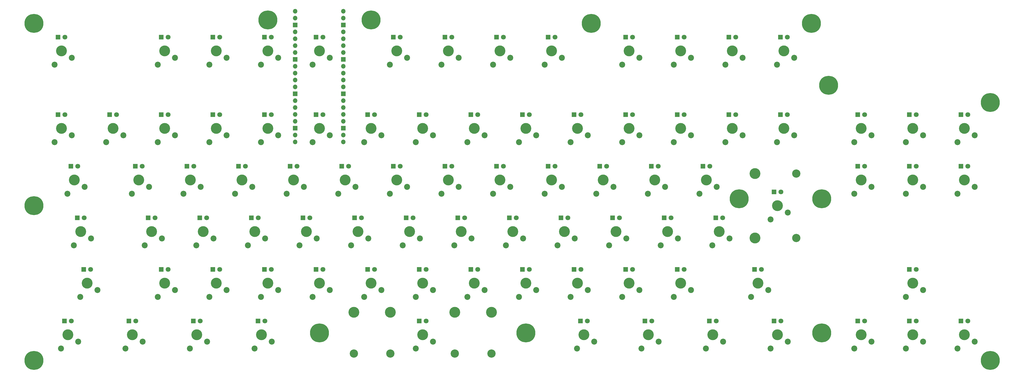
<source format=gts>
G04 #@! TF.GenerationSoftware,KiCad,Pcbnew,(5.1.10)-1*
G04 #@! TF.CreationDate,2021-09-02T14:46:41+09:00*
G04 #@! TF.ProjectId,KiCAD,4b694341-442e-46b6-9963-61645f706362,rev?*
G04 #@! TF.SameCoordinates,Original*
G04 #@! TF.FileFunction,Soldermask,Top*
G04 #@! TF.FilePolarity,Negative*
%FSLAX46Y46*%
G04 Gerber Fmt 4.6, Leading zero omitted, Abs format (unit mm)*
G04 Created by KiCad (PCBNEW (5.1.10)-1) date 2021-09-02 14:46:41*
%MOMM*%
%LPD*%
G01*
G04 APERTURE LIST*
%ADD10C,4.000000*%
%ADD11C,2.200000*%
%ADD12C,3.050000*%
%ADD13O,1.700000X1.700000*%
%ADD14R,1.700000X1.700000*%
%ADD15R,1.800000X1.800000*%
%ADD16C,1.800000*%
%ADD17C,7.000000*%
G04 APERTURE END LIST*
D10*
X107950000Y-76200000D03*
D11*
X111760000Y-78740000D03*
X105410000Y-81280000D03*
D10*
X243681000Y-180975000D03*
D11*
X247491000Y-183515000D03*
X241141000Y-186055000D03*
D12*
X322118499Y-145250000D03*
X322118499Y-121450000D03*
D10*
X306878499Y-121450000D03*
X306878499Y-145250000D03*
X315118499Y-133350000D03*
D11*
X318928499Y-135890000D03*
X312578499Y-138430000D03*
D10*
X307975000Y-161925000D03*
D11*
X311785000Y-164465000D03*
X305435000Y-167005000D03*
D10*
X60325000Y-161925000D03*
D11*
X64135000Y-164465000D03*
X57785000Y-167005000D03*
D10*
X57944000Y-142875000D03*
D11*
X61754000Y-145415000D03*
X55404000Y-147955000D03*
D10*
X55563000Y-123825000D03*
D11*
X59373000Y-126365000D03*
X53023000Y-128905000D03*
D10*
X279400000Y-104775000D03*
D11*
X283210000Y-107315000D03*
X276860000Y-109855000D03*
D10*
X127000000Y-161925000D03*
D11*
X130810000Y-164465000D03*
X124460000Y-167005000D03*
D10*
X384175000Y-104775000D03*
D11*
X387985000Y-107315000D03*
X381635000Y-109855000D03*
X181610000Y-186055000D03*
X187960000Y-183515000D03*
D10*
X184150000Y-180975000D03*
X172250000Y-172735000D03*
X196050000Y-172735000D03*
D12*
X196050000Y-187975000D03*
X172250000Y-187975000D03*
D10*
X209550000Y-172735000D03*
X158750000Y-172735000D03*
D12*
X209550000Y-187975000D03*
X158750000Y-187975000D03*
D10*
X384175000Y-180975000D03*
D11*
X387985000Y-183515000D03*
X381635000Y-186055000D03*
D10*
X365125000Y-180975000D03*
D11*
X368935000Y-183515000D03*
X362585000Y-186055000D03*
D10*
X346075000Y-180975000D03*
D11*
X349885000Y-183515000D03*
X343535000Y-186055000D03*
D10*
X315118499Y-180975000D03*
D11*
X318928499Y-183515000D03*
X312578499Y-186055000D03*
D10*
X291306000Y-180975000D03*
D11*
X295116000Y-183515000D03*
X288766000Y-186055000D03*
D10*
X267493500Y-180975000D03*
D11*
X271303500Y-183515000D03*
X264953500Y-186055000D03*
D10*
X124618500Y-180975000D03*
D11*
X128428500Y-183515000D03*
X122078500Y-186055000D03*
D10*
X100806000Y-180975000D03*
D11*
X104616000Y-183515000D03*
X98266000Y-186055000D03*
D10*
X76993500Y-180975000D03*
D11*
X80803500Y-183515000D03*
X74453500Y-186055000D03*
D10*
X53181000Y-180975000D03*
D11*
X56991000Y-183515000D03*
X50641000Y-186055000D03*
D10*
X365125000Y-161925000D03*
D11*
X368935000Y-164465000D03*
X362585000Y-167005000D03*
D10*
X279400000Y-161925000D03*
D11*
X283210000Y-164465000D03*
X276860000Y-167005000D03*
D10*
X260350000Y-161925000D03*
D11*
X264160000Y-164465000D03*
X257810000Y-167005000D03*
D10*
X241300000Y-161925000D03*
D11*
X245110000Y-164465000D03*
X238760000Y-167005000D03*
D10*
X222250000Y-161925000D03*
D11*
X226060000Y-164465000D03*
X219710000Y-167005000D03*
D10*
X203200000Y-161925000D03*
D11*
X207010000Y-164465000D03*
X200660000Y-167005000D03*
D10*
X184150000Y-161925000D03*
D11*
X187960000Y-164465000D03*
X181610000Y-167005000D03*
D10*
X165100000Y-161925000D03*
D11*
X168910000Y-164465000D03*
X162560000Y-167005000D03*
D10*
X146050000Y-161925000D03*
D11*
X149860000Y-164465000D03*
X143510000Y-167005000D03*
D10*
X107950000Y-161925000D03*
D11*
X111760000Y-164465000D03*
X105410000Y-167005000D03*
D10*
X88900000Y-161925000D03*
D11*
X92710000Y-164465000D03*
X86360000Y-167005000D03*
D10*
X293687500Y-142875000D03*
D11*
X297497500Y-145415000D03*
X291147500Y-147955000D03*
D10*
X274637500Y-142875000D03*
D11*
X278447500Y-145415000D03*
X272097500Y-147955000D03*
D10*
X255587500Y-142875000D03*
D11*
X259397500Y-145415000D03*
X253047500Y-147955000D03*
D10*
X236537500Y-142875000D03*
D11*
X240347500Y-145415000D03*
X233997500Y-147955000D03*
D10*
X217487500Y-142875000D03*
D11*
X221297500Y-145415000D03*
X214947500Y-147955000D03*
D10*
X198437500Y-142875000D03*
D11*
X202247500Y-145415000D03*
X195897500Y-147955000D03*
D10*
X179387500Y-142875000D03*
D11*
X183197500Y-145415000D03*
X176847500Y-147955000D03*
D10*
X160337500Y-142875000D03*
D11*
X164147500Y-145415000D03*
X157797500Y-147955000D03*
D10*
X141287500Y-142875000D03*
D11*
X145097500Y-145415000D03*
X138747500Y-147955000D03*
D10*
X122237500Y-142875000D03*
D11*
X126047500Y-145415000D03*
X119697500Y-147955000D03*
D10*
X103187500Y-142875000D03*
D11*
X106997500Y-145415000D03*
X100647500Y-147955000D03*
D10*
X84137500Y-142875000D03*
D11*
X87947500Y-145415000D03*
X81597500Y-147955000D03*
D10*
X384175000Y-123825000D03*
D11*
X387985000Y-126365000D03*
X381635000Y-128905000D03*
D10*
X365125000Y-123825000D03*
D11*
X368935000Y-126365000D03*
X362585000Y-128905000D03*
D10*
X346075000Y-123825000D03*
D11*
X349885000Y-126365000D03*
X343535000Y-128905000D03*
D10*
X288925000Y-123825000D03*
D11*
X292735000Y-126365000D03*
X286385000Y-128905000D03*
D10*
X269875000Y-123825000D03*
D11*
X273685000Y-126365000D03*
X267335000Y-128905000D03*
D10*
X250825000Y-123825000D03*
D11*
X254635000Y-126365000D03*
X248285000Y-128905000D03*
D10*
X231775000Y-123825000D03*
D11*
X235585000Y-126365000D03*
X229235000Y-128905000D03*
D10*
X212725000Y-123825000D03*
D11*
X216535000Y-126365000D03*
X210185000Y-128905000D03*
D10*
X193675000Y-123825000D03*
D11*
X197485000Y-126365000D03*
X191135000Y-128905000D03*
D10*
X174625000Y-123825000D03*
D11*
X178435000Y-126365000D03*
X172085000Y-128905000D03*
D10*
X155575000Y-123825000D03*
D11*
X159385000Y-126365000D03*
X153035000Y-128905000D03*
D10*
X136525000Y-123825000D03*
D11*
X140335000Y-126365000D03*
X133985000Y-128905000D03*
D10*
X117475000Y-123825000D03*
D11*
X121285000Y-126365000D03*
X114935000Y-128905000D03*
D10*
X98425000Y-123825000D03*
D11*
X102235000Y-126365000D03*
X95885000Y-128905000D03*
D10*
X79375000Y-123825000D03*
D11*
X83185000Y-126365000D03*
X76835000Y-128905000D03*
D10*
X365125000Y-104775000D03*
D11*
X368935000Y-107315000D03*
X362585000Y-109855000D03*
D10*
X346075000Y-104775000D03*
D11*
X349885000Y-107315000D03*
X343535000Y-109855000D03*
D10*
X317500000Y-104775000D03*
D11*
X321310000Y-107315000D03*
X314960000Y-109855000D03*
D10*
X298450000Y-104775000D03*
D11*
X302260000Y-107315000D03*
X295910000Y-109855000D03*
D10*
X260350000Y-104775000D03*
D11*
X264160000Y-107315000D03*
X257810000Y-109855000D03*
D10*
X241300000Y-104775000D03*
D11*
X245110000Y-107315000D03*
X238760000Y-109855000D03*
D10*
X222250000Y-104775000D03*
D11*
X226060000Y-107315000D03*
X219710000Y-109855000D03*
D10*
X203200000Y-104775000D03*
D11*
X207010000Y-107315000D03*
X200660000Y-109855000D03*
D10*
X184150000Y-104775000D03*
D11*
X187960000Y-107315000D03*
X181610000Y-109855000D03*
D10*
X165100000Y-104775000D03*
D11*
X168910000Y-107315000D03*
X162560000Y-109855000D03*
D10*
X146050000Y-104775000D03*
D11*
X149860000Y-107315000D03*
X143510000Y-109855000D03*
D10*
X127000000Y-104775000D03*
D11*
X130810000Y-107315000D03*
X124460000Y-109855000D03*
D10*
X107950000Y-104775000D03*
D11*
X111760000Y-107315000D03*
X105410000Y-109855000D03*
D10*
X88900000Y-104775000D03*
D11*
X92710000Y-107315000D03*
X86360000Y-109855000D03*
D10*
X69850000Y-104775000D03*
D11*
X73660000Y-107315000D03*
X67310000Y-109855000D03*
D10*
X50800000Y-104775000D03*
D11*
X54610000Y-107315000D03*
X48260000Y-109855000D03*
D10*
X317500000Y-76200000D03*
D11*
X321310000Y-78740000D03*
X314960000Y-81280000D03*
D10*
X298450000Y-76200000D03*
D11*
X302260000Y-78740000D03*
X295910000Y-81280000D03*
D10*
X279400000Y-76200000D03*
D11*
X283210000Y-78740000D03*
X276860000Y-81280000D03*
D10*
X260350000Y-76200000D03*
D11*
X264160000Y-78740000D03*
X257810000Y-81280000D03*
D10*
X231775000Y-76200000D03*
D11*
X235585000Y-78740000D03*
X229235000Y-81280000D03*
D10*
X212725000Y-76200000D03*
D11*
X216535000Y-78740000D03*
X210185000Y-81280000D03*
D10*
X193675000Y-76200000D03*
D11*
X197485000Y-78740000D03*
X191135000Y-81280000D03*
D10*
X174625000Y-76200000D03*
D11*
X178435000Y-78740000D03*
X172085000Y-81280000D03*
D10*
X146050000Y-76200000D03*
D11*
X149860000Y-78740000D03*
X143510000Y-81280000D03*
D10*
X127000000Y-76200000D03*
D11*
X130810000Y-78740000D03*
X124460000Y-81280000D03*
D10*
X88900000Y-76200000D03*
D11*
X92710000Y-78740000D03*
X86360000Y-81280000D03*
D10*
X50800000Y-76200000D03*
D11*
X54610000Y-78740000D03*
X48260000Y-81280000D03*
D13*
X154876500Y-61531500D03*
X154876500Y-64071500D03*
D14*
X154876500Y-66611500D03*
D13*
X154876500Y-69151500D03*
X154876500Y-71691500D03*
X154876500Y-74231500D03*
X154876500Y-76771500D03*
D14*
X154876500Y-79311500D03*
D13*
X154876500Y-81851500D03*
X154876500Y-84391500D03*
X154876500Y-86931500D03*
X154876500Y-89471500D03*
D14*
X154876500Y-92011500D03*
D13*
X154876500Y-94551500D03*
X154876500Y-97091500D03*
X154876500Y-99631500D03*
X154876500Y-102171500D03*
D14*
X154876500Y-104711500D03*
D13*
X154876500Y-107251500D03*
X154876500Y-109791500D03*
X137096500Y-109791500D03*
X137096500Y-107251500D03*
D14*
X137096500Y-104711500D03*
D13*
X137096500Y-102171500D03*
X137096500Y-99631500D03*
X137096500Y-97091500D03*
X137096500Y-94551500D03*
D14*
X137096500Y-92011500D03*
D13*
X137096500Y-89471500D03*
X137096500Y-86931500D03*
X137096500Y-84391500D03*
X137096500Y-81851500D03*
D14*
X137096500Y-79311500D03*
D13*
X137096500Y-76771500D03*
X137096500Y-74231500D03*
X137096500Y-71691500D03*
X137096500Y-69151500D03*
D14*
X137096500Y-66611500D03*
D13*
X137096500Y-64071500D03*
X137096500Y-61531500D03*
D15*
X49530000Y-71120000D03*
D16*
X52070000Y-71120000D03*
D15*
X87630000Y-99695000D03*
D16*
X90170000Y-99695000D03*
D15*
X382905000Y-99695000D03*
D16*
X385445000Y-99695000D03*
D15*
X344805000Y-118745000D03*
D16*
X347345000Y-118745000D03*
X275907500Y-137795000D03*
D15*
X273367500Y-137795000D03*
X306705000Y-156845000D03*
D16*
X309245000Y-156845000D03*
X90170000Y-71120000D03*
D15*
X87630000Y-71120000D03*
D16*
X109220000Y-99695000D03*
D15*
X106680000Y-99695000D03*
D16*
X56833000Y-118745000D03*
D15*
X54293000Y-118745000D03*
D16*
X366395000Y-118745000D03*
D15*
X363855000Y-118745000D03*
X292417500Y-137795000D03*
D16*
X294957500Y-137795000D03*
X366395000Y-156845000D03*
D15*
X363855000Y-156845000D03*
X106680000Y-71120000D03*
D16*
X109220000Y-71120000D03*
D15*
X125730000Y-99695000D03*
D16*
X128270000Y-99695000D03*
D15*
X78105000Y-118745000D03*
D16*
X80645000Y-118745000D03*
D15*
X382905000Y-118745000D03*
D16*
X385445000Y-118745000D03*
X61595000Y-156845000D03*
D15*
X59055000Y-156845000D03*
X51911000Y-175895000D03*
D16*
X54451000Y-175895000D03*
X128270000Y-71120000D03*
D15*
X125730000Y-71120000D03*
D16*
X147320000Y-99695000D03*
D15*
X144780000Y-99695000D03*
D16*
X99695000Y-118745000D03*
D15*
X97155000Y-118745000D03*
D16*
X59214000Y-137795000D03*
D15*
X56674000Y-137795000D03*
X87630000Y-156845000D03*
D16*
X90170000Y-156845000D03*
X78263500Y-175895000D03*
D15*
X75723500Y-175895000D03*
X144780000Y-71120000D03*
D16*
X147320000Y-71120000D03*
D15*
X163830000Y-99695000D03*
D16*
X166370000Y-99695000D03*
D15*
X116205000Y-118745000D03*
D16*
X118745000Y-118745000D03*
D15*
X82867500Y-137795000D03*
D16*
X85407500Y-137795000D03*
X109220000Y-156845000D03*
D15*
X106680000Y-156845000D03*
X99536000Y-175895000D03*
D16*
X102076000Y-175895000D03*
X175895000Y-71120000D03*
D15*
X173355000Y-71120000D03*
D16*
X185420000Y-99695000D03*
D15*
X182880000Y-99695000D03*
D16*
X137795000Y-118745000D03*
D15*
X135255000Y-118745000D03*
D16*
X104457500Y-137795000D03*
D15*
X101917500Y-137795000D03*
D16*
X128270000Y-156845000D03*
D15*
X125730000Y-156845000D03*
D16*
X125888500Y-175895000D03*
D15*
X123348500Y-175895000D03*
D16*
X194945000Y-71120000D03*
D15*
X192405000Y-71120000D03*
X201930000Y-99695000D03*
D16*
X204470000Y-99695000D03*
D15*
X154305000Y-118745000D03*
D16*
X156845000Y-118745000D03*
D15*
X120967500Y-137795000D03*
D16*
X123507500Y-137795000D03*
D15*
X144780000Y-156845000D03*
D16*
X147320000Y-156845000D03*
D15*
X182880000Y-175895000D03*
D16*
X185420000Y-175895000D03*
D15*
X211455000Y-71120000D03*
D16*
X213995000Y-71120000D03*
X223520000Y-99695000D03*
D15*
X220980000Y-99695000D03*
D16*
X175895000Y-118745000D03*
D15*
X173355000Y-118745000D03*
D16*
X142557500Y-137795000D03*
D15*
X140017500Y-137795000D03*
D16*
X166370000Y-156845000D03*
D15*
X163830000Y-156845000D03*
D16*
X244951000Y-175895000D03*
D15*
X242411000Y-175895000D03*
D16*
X233045000Y-71120000D03*
D15*
X230505000Y-71120000D03*
X240030000Y-99695000D03*
D16*
X242570000Y-99695000D03*
D15*
X192405000Y-118745000D03*
D16*
X194945000Y-118745000D03*
D15*
X159067500Y-137795000D03*
D16*
X161607500Y-137795000D03*
D15*
X182880000Y-156845000D03*
D16*
X185420000Y-156845000D03*
X268763500Y-175895000D03*
D15*
X266223500Y-175895000D03*
X259080000Y-71120000D03*
D16*
X261620000Y-71120000D03*
X261620000Y-99695000D03*
D15*
X259080000Y-99695000D03*
D16*
X213995000Y-118745000D03*
D15*
X211455000Y-118745000D03*
D16*
X180657500Y-137795000D03*
D15*
X178117500Y-137795000D03*
D16*
X204470000Y-156845000D03*
D15*
X201930000Y-156845000D03*
X290036000Y-175895000D03*
D16*
X292576000Y-175895000D03*
X280670000Y-71120000D03*
D15*
X278130000Y-71120000D03*
X278130000Y-99695000D03*
D16*
X280670000Y-99695000D03*
D15*
X230505000Y-118745000D03*
D16*
X233045000Y-118745000D03*
D15*
X197167500Y-137795000D03*
D16*
X199707500Y-137795000D03*
D15*
X220980000Y-156845000D03*
D16*
X223520000Y-156845000D03*
D15*
X313848499Y-175895000D03*
D16*
X316388499Y-175895000D03*
D15*
X297180000Y-71120000D03*
D16*
X299720000Y-71120000D03*
X299720000Y-99695000D03*
D15*
X297180000Y-99695000D03*
D16*
X252095000Y-118745000D03*
D15*
X249555000Y-118745000D03*
D16*
X218757500Y-137795000D03*
D15*
X216217500Y-137795000D03*
X240030000Y-156845000D03*
D16*
X242570000Y-156845000D03*
X347345000Y-175895000D03*
D15*
X344805000Y-175895000D03*
D16*
X318770000Y-71120000D03*
D15*
X316230000Y-71120000D03*
X316230000Y-99695000D03*
D16*
X318770000Y-99695000D03*
D15*
X268605000Y-118745000D03*
D16*
X271145000Y-118745000D03*
D15*
X235267500Y-137795000D03*
D16*
X237807500Y-137795000D03*
D15*
X259080000Y-156845000D03*
D16*
X261620000Y-156845000D03*
D15*
X363855000Y-175895000D03*
D16*
X366395000Y-175895000D03*
D15*
X49530000Y-99695000D03*
D16*
X52070000Y-99695000D03*
X347345000Y-99695000D03*
D15*
X344805000Y-99695000D03*
D16*
X290195000Y-118745000D03*
D15*
X287655000Y-118745000D03*
D16*
X256857500Y-137795000D03*
D15*
X254317500Y-137795000D03*
D16*
X280670000Y-156845000D03*
D15*
X278130000Y-156845000D03*
D16*
X385445000Y-175895000D03*
D15*
X382905000Y-175895000D03*
D16*
X71120000Y-99695000D03*
D15*
X68580000Y-99695000D03*
X363855000Y-99695000D03*
D16*
X366395000Y-99695000D03*
D15*
X313848499Y-128270000D03*
D16*
X316388499Y-128270000D03*
D17*
X40640000Y-133350000D03*
X40640000Y-66040000D03*
X127000000Y-64770000D03*
X40640000Y-190500000D03*
X165100000Y-64770000D03*
X327660000Y-66040000D03*
X246380000Y-66040000D03*
X393700000Y-95250000D03*
X331470000Y-180340000D03*
X300990000Y-130810000D03*
X222250000Y-180340000D03*
X393700000Y-190500000D03*
X331470000Y-130810000D03*
X146050000Y-180340000D03*
X334010000Y-88900000D03*
M02*

</source>
